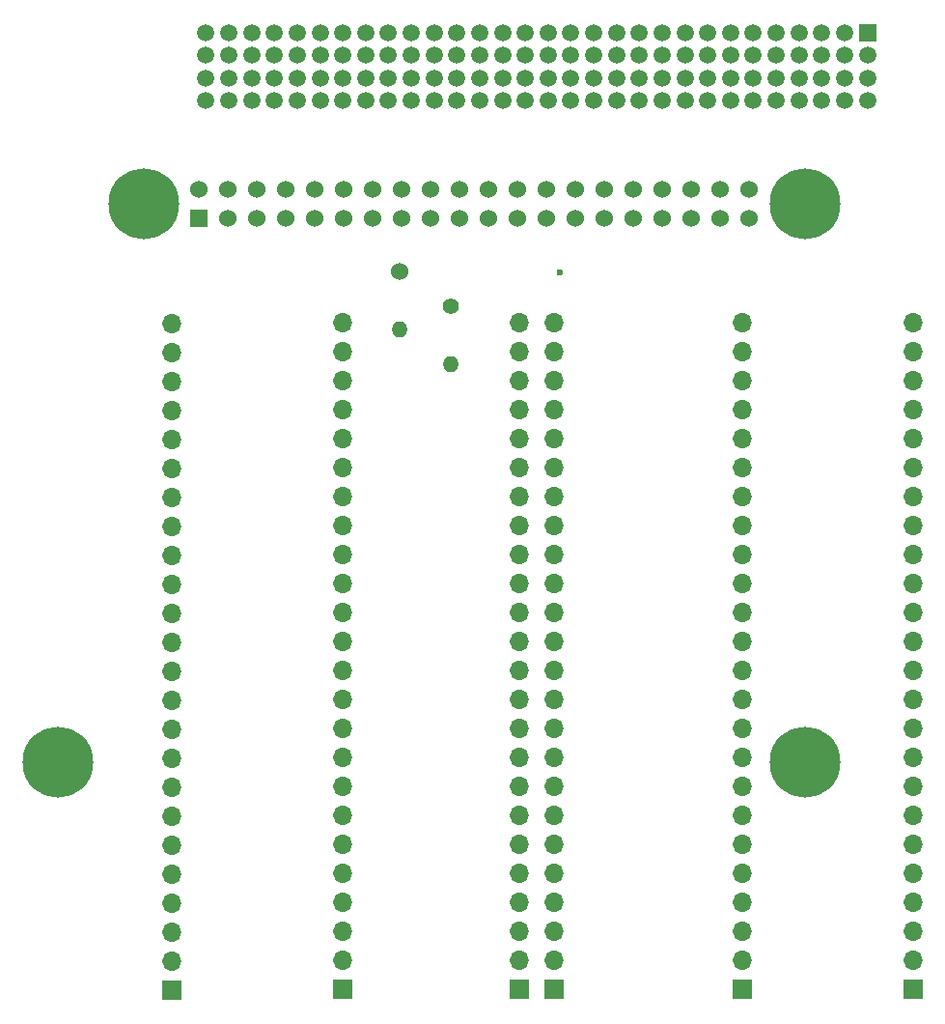
<source format=gbr>
%TF.GenerationSoftware,KiCad,Pcbnew,8.0.0*%
%TF.CreationDate,2025-01-17T00:28:00+02:00*%
%TF.ProjectId,diplomna_2024_pcb_layout,6469706c-6f6d-46e6-915f-323032345f70,rev?*%
%TF.SameCoordinates,Original*%
%TF.FileFunction,Copper,L4,Bot*%
%TF.FilePolarity,Positive*%
%FSLAX46Y46*%
G04 Gerber Fmt 4.6, Leading zero omitted, Abs format (unit mm)*
G04 Created by KiCad (PCBNEW 8.0.0) date 2025-01-17 00:28:00*
%MOMM*%
%LPD*%
G01*
G04 APERTURE LIST*
%TA.AperFunction,ComponentPad*%
%ADD10R,1.700000X1.700000*%
%TD*%
%TA.AperFunction,ComponentPad*%
%ADD11O,1.700000X1.700000*%
%TD*%
%TA.AperFunction,ComponentPad*%
%ADD12C,6.200000*%
%TD*%
%TA.AperFunction,ComponentPad*%
%ADD13R,1.524000X1.524000*%
%TD*%
%TA.AperFunction,ComponentPad*%
%ADD14C,1.524000*%
%TD*%
%TA.AperFunction,ComponentPad*%
%ADD15R,1.500000X1.500000*%
%TD*%
%TA.AperFunction,ComponentPad*%
%ADD16C,1.500000*%
%TD*%
%TA.AperFunction,ComponentPad*%
%ADD17O,1.400000X1.400000*%
%TD*%
%TA.AperFunction,ComponentPad*%
%ADD18C,1.400000*%
%TD*%
%TA.AperFunction,ViaPad*%
%ADD19C,0.600000*%
%TD*%
G04 APERTURE END LIST*
D10*
%TO.P,REF\u002A\u002A,1*%
%TO.N,I/O*%
X186000000Y-138400000D03*
D11*
%TO.P,REF\u002A\u002A,2*%
X186000000Y-135860000D03*
%TO.P,REF\u002A\u002A,3*%
X186000000Y-133320000D03*
%TO.P,REF\u002A\u002A,4*%
X186000000Y-130780000D03*
%TO.P,REF\u002A\u002A,5*%
X186000000Y-128240000D03*
%TO.P,REF\u002A\u002A,6*%
X186000000Y-125700000D03*
%TO.P,REF\u002A\u002A,7*%
X186000000Y-123160000D03*
%TO.P,REF\u002A\u002A,8*%
%TO.N,N/C*%
X186000000Y-120620000D03*
%TO.P,REF\u002A\u002A,9*%
%TO.N,CS*%
X186000000Y-118080000D03*
%TO.P,REF\u002A\u002A,10*%
X186000000Y-115540000D03*
%TO.P,REF\u002A\u002A,11*%
X186000000Y-113000000D03*
%TO.P,REF\u002A\u002A,12*%
X186000000Y-110460000D03*
%TO.P,REF\u002A\u002A,13*%
X186000000Y-107920000D03*
%TO.P,REF\u002A\u002A,14*%
%TO.N,N/C*%
X186000000Y-105380000D03*
%TO.P,REF\u002A\u002A,15*%
%TO.N,analog*%
X186000000Y-102840000D03*
%TO.P,REF\u002A\u002A,16*%
X186000000Y-100300000D03*
%TO.P,REF\u002A\u002A,17*%
%TO.N,CS*%
X186000000Y-97760000D03*
%TO.P,REF\u002A\u002A,18*%
%TO.N,miso*%
X186000000Y-95220000D03*
%TO.P,REF\u002A\u002A,19*%
%TO.N,mosi*%
X186000000Y-92680000D03*
%TO.P,REF\u002A\u002A,20*%
%TO.N,scl*%
X186000000Y-90140000D03*
%TO.P,REF\u002A\u002A,21*%
%TO.N,N/C*%
X186000000Y-87600000D03*
%TO.P,REF\u002A\u002A,22*%
%TO.N,sda_i2c*%
X186000000Y-85060000D03*
%TO.P,REF\u002A\u002A,23*%
%TO.N,scl_i2c*%
X186000000Y-82520000D03*
%TO.P,REF\u002A\u002A,24*%
%TO.N,VDD*%
X186000000Y-79980000D03*
%TD*%
D12*
%TO.P,,S4*%
%TO.N,GND*%
X161000000Y-118500000D03*
%TD*%
D13*
%TO.P,REF\u002A\u002A,1*%
%TO.N,3.3v*%
X173370000Y-70770000D03*
D14*
%TO.P,REF\u002A\u002A,2*%
%TO.N,VDD*%
X173370000Y-68230000D03*
%TO.P,REF\u002A\u002A,3*%
%TO.N,sda_i2c*%
X175910000Y-70770000D03*
%TO.P,REF\u002A\u002A,4*%
%TO.N,VDD*%
X175910000Y-68230000D03*
%TO.P,REF\u002A\u002A,5*%
%TO.N,scl_i2c*%
X178450000Y-70770000D03*
%TO.P,REF\u002A\u002A,6*%
%TO.N,GND*%
X178450000Y-68230000D03*
%TO.P,REF\u002A\u002A,7*%
%TO.N,N/C*%
X180990000Y-70770000D03*
%TO.P,REF\u002A\u002A,8*%
%TO.N,tx*%
X180990000Y-68230000D03*
%TO.P,REF\u002A\u002A,9*%
%TO.N,GND*%
X183530000Y-70770000D03*
%TO.P,REF\u002A\u002A,10*%
%TO.N,rx*%
X183530000Y-68230000D03*
%TO.P,REF\u002A\u002A,11*%
%TO.N,N/C*%
X186070000Y-70770000D03*
%TO.P,REF\u002A\u002A,12*%
X186070000Y-68230000D03*
%TO.P,REF\u002A\u002A,13*%
X188610000Y-70770000D03*
%TO.P,REF\u002A\u002A,14*%
%TO.N,GND*%
X188610000Y-68230000D03*
%TO.P,REF\u002A\u002A,15*%
%TO.N,N/C*%
X191150000Y-70770000D03*
%TO.P,REF\u002A\u002A,16*%
%TO.N,I/O*%
X191150000Y-68230000D03*
%TO.P,REF\u002A\u002A,17*%
%TO.N,N/C*%
X193690000Y-70770000D03*
%TO.P,REF\u002A\u002A,18*%
%TO.N,I/O*%
X193690000Y-68230000D03*
%TO.P,REF\u002A\u002A,19*%
%TO.N,mosi*%
X196230000Y-70770000D03*
%TO.P,REF\u002A\u002A,20*%
%TO.N,GND*%
X196230000Y-68230000D03*
%TO.P,REF\u002A\u002A,21*%
%TO.N,miso*%
X198770000Y-70770000D03*
%TO.P,REF\u002A\u002A,22*%
%TO.N,I/O*%
X198770000Y-68230000D03*
%TO.P,REF\u002A\u002A,23*%
%TO.N,scl*%
X201310000Y-70770000D03*
%TO.P,REF\u002A\u002A,24*%
%TO.N,I/O*%
X201310000Y-68230000D03*
%TO.P,REF\u002A\u002A,25*%
%TO.N,GND*%
X203850000Y-70770000D03*
%TO.P,REF\u002A\u002A,26*%
%TO.N,I/O*%
X203850000Y-68230000D03*
%TO.P,REF\u002A\u002A,27*%
%TO.N,N/C*%
X206390000Y-70770000D03*
%TO.P,REF\u002A\u002A,28*%
%TO.N,I/O*%
X206390000Y-68230000D03*
%TO.P,REF\u002A\u002A,29*%
%TO.N,N/C*%
X208930000Y-70770000D03*
%TO.P,REF\u002A\u002A,30*%
%TO.N,GND*%
X208930000Y-68230000D03*
%TO.P,REF\u002A\u002A,31*%
%TO.N,N/C*%
X211470000Y-70770000D03*
%TO.P,REF\u002A\u002A,32*%
X211470000Y-68230000D03*
%TO.P,REF\u002A\u002A,33*%
X214010000Y-70770000D03*
%TO.P,REF\u002A\u002A,34*%
%TO.N,GND*%
X214010000Y-68230000D03*
%TO.P,REF\u002A\u002A,35*%
%TO.N,N/C*%
X216550000Y-70770000D03*
%TO.P,REF\u002A\u002A,36*%
%TO.N,I/O*%
X216550000Y-68230000D03*
%TO.P,REF\u002A\u002A,37*%
%TO.N,N/C*%
X219090000Y-70770000D03*
%TO.P,REF\u002A\u002A,38*%
%TO.N,I/O*%
X219090000Y-68230000D03*
%TO.P,REF\u002A\u002A,39*%
%TO.N,GND*%
X221630000Y-70770000D03*
%TO.P,REF\u002A\u002A,40*%
%TO.N,I/O*%
X221630000Y-68230000D03*
D12*
%TO.P,REF\u002A\u002A,S1*%
%TO.N,GND*%
X168500000Y-69500000D03*
%TO.P,REF\u002A\u002A,S2*%
X226500000Y-69500000D03*
%TO.P,REF\u002A\u002A,S3*%
X226500000Y-118500000D03*
%TD*%
D10*
%TO.P,REF\u002A\u002A,1*%
%TO.N,N/C*%
X236000000Y-138400000D03*
D11*
%TO.P,REF\u002A\u002A,2*%
X236000000Y-135860000D03*
%TO.P,REF\u002A\u002A,3*%
X236000000Y-133320000D03*
%TO.P,REF\u002A\u002A,4*%
X236000000Y-130780000D03*
%TO.P,REF\u002A\u002A,5*%
X236000000Y-128240000D03*
%TO.P,REF\u002A\u002A,6*%
X236000000Y-125700000D03*
%TO.P,REF\u002A\u002A,7*%
X236000000Y-123160000D03*
%TO.P,REF\u002A\u002A,8*%
X236000000Y-120620000D03*
%TO.P,REF\u002A\u002A,9*%
X236000000Y-118080000D03*
%TO.P,REF\u002A\u002A,10*%
X236000000Y-115540000D03*
%TO.P,REF\u002A\u002A,11*%
X236000000Y-113000000D03*
%TO.P,REF\u002A\u002A,12*%
X236000000Y-110460000D03*
%TO.P,REF\u002A\u002A,13*%
X236000000Y-107920000D03*
%TO.P,REF\u002A\u002A,14*%
X236000000Y-105380000D03*
%TO.P,REF\u002A\u002A,15*%
X236000000Y-102840000D03*
%TO.P,REF\u002A\u002A,16*%
X236000000Y-100300000D03*
%TO.P,REF\u002A\u002A,17*%
X236000000Y-97760000D03*
%TO.P,REF\u002A\u002A,18*%
X236000000Y-95220000D03*
%TO.P,REF\u002A\u002A,19*%
X236000000Y-92680000D03*
%TO.P,REF\u002A\u002A,20*%
X236000000Y-90140000D03*
%TO.P,REF\u002A\u002A,21*%
X236000000Y-87600000D03*
%TO.P,REF\u002A\u002A,22*%
X236000000Y-85060000D03*
%TO.P,REF\u002A\u002A,23*%
X236000000Y-82520000D03*
%TO.P,REF\u002A\u002A,24*%
%TO.N,VDD*%
X236000000Y-79980000D03*
%TD*%
D10*
%TO.P,REF\u002A\u002A,1*%
%TO.N,I/O*%
X204500000Y-138400000D03*
D11*
%TO.P,REF\u002A\u002A,2*%
X204500000Y-135860000D03*
%TO.P,REF\u002A\u002A,3*%
X204500000Y-133320000D03*
%TO.P,REF\u002A\u002A,4*%
X204500000Y-130780000D03*
%TO.P,REF\u002A\u002A,5*%
X204500000Y-128240000D03*
%TO.P,REF\u002A\u002A,6*%
X204500000Y-125700000D03*
%TO.P,REF\u002A\u002A,7*%
X204500000Y-123160000D03*
%TO.P,REF\u002A\u002A,8*%
%TO.N,N/C*%
X204500000Y-120620000D03*
%TO.P,REF\u002A\u002A,9*%
%TO.N,CS*%
X204500000Y-118080000D03*
%TO.P,REF\u002A\u002A,10*%
X204500000Y-115540000D03*
%TO.P,REF\u002A\u002A,11*%
X204500000Y-113000000D03*
%TO.P,REF\u002A\u002A,12*%
X204500000Y-110460000D03*
%TO.P,REF\u002A\u002A,13*%
X204500000Y-107920000D03*
%TO.P,REF\u002A\u002A,14*%
%TO.N,N/C*%
X204500000Y-105380000D03*
%TO.P,REF\u002A\u002A,15*%
%TO.N,analog*%
X204500000Y-102840000D03*
%TO.P,REF\u002A\u002A,16*%
X204500000Y-100300000D03*
%TO.P,REF\u002A\u002A,17*%
%TO.N,N/C*%
X204500000Y-97760000D03*
%TO.P,REF\u002A\u002A,18*%
%TO.N,miso*%
X204500000Y-95220000D03*
%TO.P,REF\u002A\u002A,19*%
%TO.N,mosi*%
X204500000Y-92680000D03*
%TO.P,REF\u002A\u002A,20*%
%TO.N,scl*%
X204500000Y-90140000D03*
%TO.P,REF\u002A\u002A,21*%
%TO.N,N/C*%
X204500000Y-87600000D03*
%TO.P,REF\u002A\u002A,22*%
%TO.N,sda_i2c*%
X204500000Y-85060000D03*
%TO.P,REF\u002A\u002A,23*%
%TO.N,scl_i2c*%
X204500000Y-82520000D03*
%TO.P,REF\u002A\u002A,24*%
%TO.N,N/C*%
X204500000Y-79980000D03*
%TD*%
D10*
%TO.P,REF\u002A\u002A,1*%
%TO.N,I/O*%
X201500000Y-138400000D03*
D11*
%TO.P,REF\u002A\u002A,2*%
X201500000Y-135860000D03*
%TO.P,REF\u002A\u002A,3*%
X201500000Y-133320000D03*
%TO.P,REF\u002A\u002A,4*%
X201500000Y-130780000D03*
%TO.P,REF\u002A\u002A,5*%
X201500000Y-128240000D03*
%TO.P,REF\u002A\u002A,6*%
X201500000Y-125700000D03*
%TO.P,REF\u002A\u002A,7*%
X201500000Y-123160000D03*
%TO.P,REF\u002A\u002A,8*%
%TO.N,N/C*%
X201500000Y-120620000D03*
%TO.P,REF\u002A\u002A,9*%
%TO.N,CS*%
X201500000Y-118080000D03*
%TO.P,REF\u002A\u002A,10*%
X201500000Y-115540000D03*
%TO.P,REF\u002A\u002A,11*%
X201500000Y-113000000D03*
%TO.P,REF\u002A\u002A,12*%
X201500000Y-110460000D03*
%TO.P,REF\u002A\u002A,13*%
X201500000Y-107920000D03*
%TO.P,REF\u002A\u002A,14*%
%TO.N,N/C*%
X201500000Y-105380000D03*
%TO.P,REF\u002A\u002A,15*%
%TO.N,analog*%
X201500000Y-102840000D03*
%TO.P,REF\u002A\u002A,16*%
X201500000Y-100300000D03*
%TO.P,REF\u002A\u002A,17*%
%TO.N,N/C*%
X201500000Y-97760000D03*
%TO.P,REF\u002A\u002A,18*%
%TO.N,miso*%
X201500000Y-95220000D03*
%TO.P,REF\u002A\u002A,19*%
%TO.N,mosi*%
X201500000Y-92680000D03*
%TO.P,REF\u002A\u002A,20*%
%TO.N,scl*%
X201500000Y-90140000D03*
%TO.P,REF\u002A\u002A,21*%
%TO.N,N/C*%
X201500000Y-87600000D03*
%TO.P,REF\u002A\u002A,22*%
%TO.N,sda_i2c*%
X201500000Y-85060000D03*
%TO.P,REF\u002A\u002A,23*%
%TO.N,scl_i2c*%
X201500000Y-82520000D03*
%TO.P,REF\u002A\u002A,24*%
%TO.N,N/C*%
X201500000Y-79980000D03*
%TD*%
D10*
%TO.P,REF\u002A\u002A,1*%
%TO.N,N/C*%
X171000000Y-138420000D03*
D11*
%TO.P,REF\u002A\u002A,2*%
X171000000Y-135880000D03*
%TO.P,REF\u002A\u002A,3*%
X171000000Y-133340000D03*
%TO.P,REF\u002A\u002A,4*%
X171000000Y-130800000D03*
%TO.P,REF\u002A\u002A,5*%
X171000000Y-128260000D03*
%TO.P,REF\u002A\u002A,6*%
X171000000Y-125720000D03*
%TO.P,REF\u002A\u002A,7*%
X171000000Y-123180000D03*
%TO.P,REF\u002A\u002A,8*%
X171000000Y-120640000D03*
%TO.P,REF\u002A\u002A,9*%
X171000000Y-118100000D03*
%TO.P,REF\u002A\u002A,10*%
X171000000Y-115560000D03*
%TO.P,REF\u002A\u002A,11*%
X171000000Y-113020000D03*
%TO.P,REF\u002A\u002A,12*%
X171000000Y-110480000D03*
%TO.P,REF\u002A\u002A,13*%
X171000000Y-107940000D03*
%TO.P,REF\u002A\u002A,14*%
X171000000Y-105400000D03*
%TO.P,REF\u002A\u002A,15*%
X171000000Y-102860000D03*
%TO.P,REF\u002A\u002A,16*%
X171000000Y-100320000D03*
%TO.P,REF\u002A\u002A,17*%
X171000000Y-97780000D03*
%TO.P,REF\u002A\u002A,18*%
X171000000Y-95240000D03*
%TO.P,REF\u002A\u002A,19*%
X171000000Y-92700000D03*
%TO.P,REF\u002A\u002A,20*%
X171000000Y-90160000D03*
%TO.P,REF\u002A\u002A,21*%
X171000000Y-87620000D03*
%TO.P,REF\u002A\u002A,22*%
X171000000Y-85080000D03*
%TO.P,REF\u002A\u002A,23*%
X171000000Y-82540000D03*
%TO.P,REF\u002A\u002A,24*%
%TO.N,GND*%
X171000000Y-80000000D03*
%TD*%
D15*
%TO.P,J\u002A\u002A,1*%
%TO.N,GND*%
X232000000Y-54500000D03*
D16*
%TO.P,J\u002A\u002A,2*%
X230000000Y-54500000D03*
%TO.P,J\u002A\u002A,3*%
%TO.N,N/C*%
X228000000Y-54500000D03*
%TO.P,J\u002A\u002A,4*%
X226000000Y-54500000D03*
%TO.P,J\u002A\u002A,5*%
X224000000Y-54500000D03*
%TO.P,J\u002A\u002A,6*%
X222000000Y-54500000D03*
%TO.P,J\u002A\u002A,7*%
X220000000Y-54500000D03*
%TO.P,J\u002A\u002A,8*%
X218000000Y-54500000D03*
%TO.P,J\u002A\u002A,9*%
X216000000Y-54500000D03*
%TO.P,J\u002A\u002A,10*%
X214000000Y-54500000D03*
%TO.P,J\u002A\u002A,11*%
X212000000Y-54500000D03*
%TO.P,J\u002A\u002A,12*%
X210000000Y-54500000D03*
%TO.P,J\u002A\u002A,13*%
X208000000Y-54500000D03*
%TO.P,J\u002A\u002A,14*%
X206000000Y-54500000D03*
%TO.P,J\u002A\u002A,15*%
X204000000Y-54500000D03*
%TO.P,J\u002A\u002A,16*%
X202000000Y-54500000D03*
%TO.P,J\u002A\u002A,17*%
X200000000Y-54500000D03*
%TO.P,J\u002A\u002A,18*%
X198000000Y-54500000D03*
%TO.P,J\u002A\u002A,19*%
X196000000Y-54500000D03*
%TO.P,J\u002A\u002A,20*%
X194000000Y-54500000D03*
%TO.P,J\u002A\u002A,21*%
X192000000Y-54500000D03*
%TO.P,J\u002A\u002A,22*%
X190000000Y-54500000D03*
%TO.P,J\u002A\u002A,23*%
X188000000Y-54500000D03*
%TO.P,J\u002A\u002A,24*%
X186000000Y-54500000D03*
%TO.P,J\u002A\u002A,25*%
X184000000Y-54500000D03*
%TO.P,J\u002A\u002A,26*%
X182000000Y-54500000D03*
%TO.P,J\u002A\u002A,27*%
X180000000Y-54500000D03*
%TO.P,J\u002A\u002A,28*%
X178000000Y-54500000D03*
%TO.P,J\u002A\u002A,29*%
X176000000Y-54500000D03*
%TO.P,J\u002A\u002A,30*%
%TO.N,GND*%
X174000000Y-54500000D03*
%TO.P,J\u002A\u002A,31*%
X232000000Y-56500000D03*
%TO.P,J\u002A\u002A,32*%
%TO.N,N/C*%
X230000000Y-56500000D03*
%TO.P,J\u002A\u002A,33*%
X228000000Y-56500000D03*
%TO.P,J\u002A\u002A,34*%
X226000000Y-56500000D03*
%TO.P,J\u002A\u002A,35*%
X224000000Y-56500000D03*
%TO.P,J\u002A\u002A,36*%
X222000000Y-56500000D03*
%TO.P,J\u002A\u002A,37*%
X220000000Y-56500000D03*
%TO.P,J\u002A\u002A,38*%
X218000000Y-56500000D03*
%TO.P,J\u002A\u002A,39*%
X216000000Y-56500000D03*
%TO.P,J\u002A\u002A,40*%
X214000000Y-56500000D03*
%TO.P,J\u002A\u002A,41*%
X212000000Y-56500000D03*
%TO.P,J\u002A\u002A,42*%
X210000000Y-56500000D03*
%TO.P,J\u002A\u002A,43*%
X208000000Y-56500000D03*
%TO.P,J\u002A\u002A,44*%
X206000000Y-56500000D03*
%TO.P,J\u002A\u002A,45*%
X204000000Y-56500000D03*
%TO.P,J\u002A\u002A,46*%
X202000000Y-56500000D03*
%TO.P,J\u002A\u002A,47*%
X200000000Y-56500000D03*
%TO.P,J\u002A\u002A,48*%
X198000000Y-56500000D03*
%TO.P,J\u002A\u002A,49*%
X196000000Y-56500000D03*
%TO.P,J\u002A\u002A,50*%
X194000000Y-56500000D03*
%TO.P,J\u002A\u002A,51*%
X192000000Y-56500000D03*
%TO.P,J\u002A\u002A,52*%
X190000000Y-56500000D03*
%TO.P,J\u002A\u002A,53*%
X188000000Y-56500000D03*
%TO.P,J\u002A\u002A,54*%
X186000000Y-56500000D03*
%TO.P,J\u002A\u002A,55*%
X184000000Y-56500000D03*
%TO.P,J\u002A\u002A,56*%
X182000000Y-56500000D03*
%TO.P,J\u002A\u002A,57*%
X180000000Y-56500000D03*
%TO.P,J\u002A\u002A,58*%
X178000000Y-56500000D03*
%TO.P,J\u002A\u002A,59*%
X176000000Y-56500000D03*
%TO.P,J\u002A\u002A,60*%
%TO.N,3.3v*%
X174000000Y-56500000D03*
%TO.P,J\u002A\u002A,61*%
%TO.N,N/C*%
X232000000Y-58500000D03*
%TO.P,J\u002A\u002A,62*%
X230000000Y-58500000D03*
%TO.P,J\u002A\u002A,63*%
X228000000Y-58500000D03*
%TO.P,J\u002A\u002A,64*%
X226000000Y-58500000D03*
%TO.P,J\u002A\u002A,65*%
X224000000Y-58500000D03*
%TO.P,J\u002A\u002A,66*%
X222000000Y-58500000D03*
%TO.P,J\u002A\u002A,67*%
X220000000Y-58500000D03*
%TO.P,J\u002A\u002A,68*%
X218000000Y-58500000D03*
%TO.P,J\u002A\u002A,69*%
X216000000Y-58500000D03*
%TO.P,J\u002A\u002A,70*%
X214000000Y-58500000D03*
%TO.P,J\u002A\u002A,71*%
X212000000Y-58500000D03*
%TO.P,J\u002A\u002A,72*%
X210000000Y-58500000D03*
%TO.P,J\u002A\u002A,73*%
X208000000Y-58500000D03*
%TO.P,J\u002A\u002A,74*%
X206000000Y-58500000D03*
%TO.P,J\u002A\u002A,75*%
X204000000Y-58500000D03*
%TO.P,J\u002A\u002A,76*%
X202000000Y-58500000D03*
%TO.P,J\u002A\u002A,77*%
X200000000Y-58500000D03*
%TO.P,J\u002A\u002A,78*%
X198000000Y-58500000D03*
%TO.P,J\u002A\u002A,79*%
X196000000Y-58500000D03*
%TO.P,J\u002A\u002A,80*%
X194000000Y-58500000D03*
%TO.P,J\u002A\u002A,81*%
X192000000Y-58500000D03*
%TO.P,J\u002A\u002A,82*%
X190000000Y-58500000D03*
%TO.P,J\u002A\u002A,83*%
X188000000Y-58500000D03*
%TO.P,J\u002A\u002A,84*%
X186000000Y-58500000D03*
%TO.P,J\u002A\u002A,85*%
X184000000Y-58500000D03*
%TO.P,J\u002A\u002A,86*%
X182000000Y-58500000D03*
%TO.P,J\u002A\u002A,87*%
X180000000Y-58500000D03*
%TO.P,J\u002A\u002A,88*%
X178000000Y-58500000D03*
%TO.P,J\u002A\u002A,89*%
X176000000Y-58500000D03*
%TO.P,J\u002A\u002A,90*%
%TO.N,VDD*%
X174000000Y-58500000D03*
%TO.P,J\u002A\u002A,91*%
%TO.N,N/C*%
X232000000Y-60500000D03*
%TO.P,J\u002A\u002A,92*%
X230000000Y-60500000D03*
%TO.P,J\u002A\u002A,93*%
X228000000Y-60500000D03*
%TO.P,J\u002A\u002A,94*%
X226000000Y-60500000D03*
%TO.P,J\u002A\u002A,95*%
X224000000Y-60500000D03*
%TO.P,J\u002A\u002A,96*%
X222000000Y-60500000D03*
%TO.P,J\u002A\u002A,97*%
X220000000Y-60500000D03*
%TO.P,J\u002A\u002A,98*%
X218000000Y-60500000D03*
%TO.P,J\u002A\u002A,99*%
X216000000Y-60500000D03*
%TO.P,J\u002A\u002A,100*%
%TO.N,I/O*%
X214000000Y-60500000D03*
%TO.P,J\u002A\u002A,101*%
X212000000Y-60500000D03*
%TO.P,J\u002A\u002A,102*%
X210000000Y-60500000D03*
%TO.P,J\u002A\u002A,103*%
%TO.N,N/C*%
X208000000Y-60500000D03*
%TO.P,J\u002A\u002A,104*%
X206000000Y-60500000D03*
%TO.P,J\u002A\u002A,105*%
X204000000Y-60500000D03*
%TO.P,J\u002A\u002A,106*%
X202000000Y-60500000D03*
%TO.P,J\u002A\u002A,107*%
%TO.N,I/O*%
X200000000Y-60500000D03*
%TO.P,J\u002A\u002A,108*%
X198000000Y-60500000D03*
%TO.P,J\u002A\u002A,109*%
X196000000Y-60500000D03*
%TO.P,J\u002A\u002A,110*%
X194000000Y-60500000D03*
%TO.P,J\u002A\u002A,111*%
X192000000Y-60500000D03*
%TO.P,J\u002A\u002A,112*%
X190000000Y-60500000D03*
%TO.P,J\u002A\u002A,113*%
%TO.N,N/C*%
X188000000Y-60500000D03*
%TO.P,J\u002A\u002A,114*%
%TO.N,rx*%
X186000000Y-60500000D03*
%TO.P,J\u002A\u002A,115*%
%TO.N,tx*%
X184000000Y-60500000D03*
%TO.P,J\u002A\u002A,116*%
%TO.N,N/C*%
X182000000Y-60500000D03*
%TO.P,J\u002A\u002A,117*%
%TO.N,scl_i2c*%
X180000000Y-60500000D03*
%TO.P,J\u002A\u002A,118*%
%TO.N,sda_i2c*%
X178000000Y-60500000D03*
%TO.P,J\u002A\u002A,119*%
%TO.N,N/C*%
X176000000Y-60500000D03*
%TO.P,J\u002A\u002A,120*%
%TO.N,VDD*%
X174000000Y-60500000D03*
%TD*%
D14*
%TO.P,REF\u002A\u002A,1*%
%TO.N,VDD*%
X191000000Y-75460000D03*
D17*
%TO.P,REF\u002A\u002A,2*%
%TO.N,scl_i2c*%
X191000000Y-80540000D03*
%TD*%
D18*
%TO.P,REF\u002A\u002A,1*%
%TO.N,VDD*%
X195500000Y-78460000D03*
D17*
%TO.P,REF\u002A\u002A,3*%
%TO.N,sda_i2c*%
X195500000Y-83540000D03*
%TD*%
D10*
%TO.P,REF\u002A\u002A,1*%
%TO.N,I/O*%
X221000000Y-138400000D03*
D11*
%TO.P,REF\u002A\u002A,2*%
X221000000Y-135860000D03*
%TO.P,REF\u002A\u002A,3*%
X221000000Y-133320000D03*
%TO.P,REF\u002A\u002A,4*%
X221000000Y-130780000D03*
%TO.P,REF\u002A\u002A,5*%
X221000000Y-128240000D03*
%TO.P,REF\u002A\u002A,6*%
X221000000Y-125700000D03*
%TO.P,REF\u002A\u002A,7*%
X221000000Y-123160000D03*
%TO.P,REF\u002A\u002A,8*%
%TO.N,N/C*%
X221000000Y-120620000D03*
%TO.P,REF\u002A\u002A,9*%
%TO.N,CS*%
X221000000Y-118080000D03*
%TO.P,REF\u002A\u002A,10*%
X221000000Y-115540000D03*
%TO.P,REF\u002A\u002A,11*%
X221000000Y-113000000D03*
%TO.P,REF\u002A\u002A,12*%
X221000000Y-110460000D03*
%TO.P,REF\u002A\u002A,13*%
X221000000Y-107920000D03*
%TO.P,REF\u002A\u002A,14*%
%TO.N,N/C*%
X221000000Y-105380000D03*
%TO.P,REF\u002A\u002A,15*%
%TO.N,analog*%
X221000000Y-102840000D03*
%TO.P,REF\u002A\u002A,16*%
X221000000Y-100300000D03*
%TO.P,REF\u002A\u002A,17*%
%TO.N,CS*%
X221000000Y-97760000D03*
%TO.P,REF\u002A\u002A,18*%
%TO.N,miso*%
X221000000Y-95220000D03*
%TO.P,REF\u002A\u002A,19*%
%TO.N,mosi*%
X221000000Y-92680000D03*
%TO.P,REF\u002A\u002A,20*%
%TO.N,scl*%
X221000000Y-90140000D03*
%TO.P,REF\u002A\u002A,21*%
%TO.N,N/C*%
X221000000Y-87600000D03*
%TO.P,REF\u002A\u002A,22*%
%TO.N,sda_i2c*%
X221000000Y-85060000D03*
%TO.P,REF\u002A\u002A,23*%
%TO.N,scl_i2c*%
X221000000Y-82520000D03*
%TO.P,REF\u002A\u002A,24*%
%TO.N,GND*%
X221000000Y-79980000D03*
%TD*%
D19*
%TO.N,scl*%
X205000000Y-75500000D03*
%TD*%
M02*

</source>
